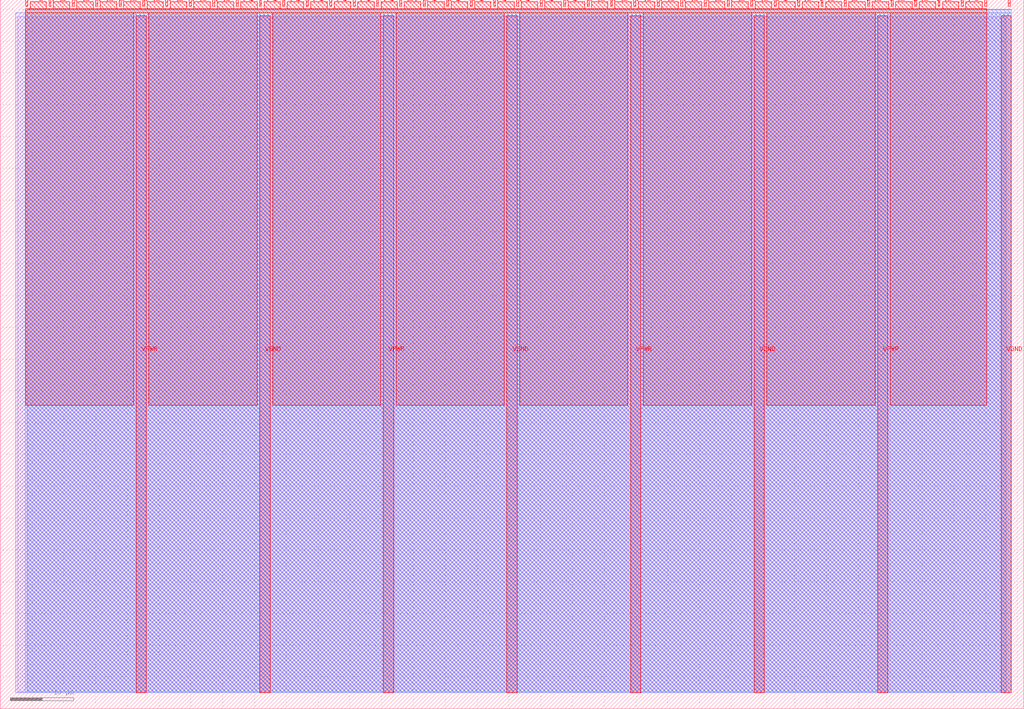
<source format=lef>
VERSION 5.7 ;
  NOWIREEXTENSIONATPIN ON ;
  DIVIDERCHAR "/" ;
  BUSBITCHARS "[]" ;
MACRO tt_um_simplez_rcoeurjoly
  CLASS BLOCK ;
  FOREIGN tt_um_simplez_rcoeurjoly ;
  ORIGIN 0.000 0.000 ;
  SIZE 161.000 BY 111.520 ;
  PIN VGND
    DIRECTION INOUT ;
    USE GROUND ;
    PORT
      LAYER met4 ;
        RECT 40.830 2.480 42.430 109.040 ;
    END
    PORT
      LAYER met4 ;
        RECT 79.700 2.480 81.300 109.040 ;
    END
    PORT
      LAYER met4 ;
        RECT 118.570 2.480 120.170 109.040 ;
    END
    PORT
      LAYER met4 ;
        RECT 157.440 2.480 159.040 109.040 ;
    END
  END VGND
  PIN VPWR
    DIRECTION INOUT ;
    USE POWER ;
    PORT
      LAYER met4 ;
        RECT 21.395 2.480 22.995 109.040 ;
    END
    PORT
      LAYER met4 ;
        RECT 60.265 2.480 61.865 109.040 ;
    END
    PORT
      LAYER met4 ;
        RECT 99.135 2.480 100.735 109.040 ;
    END
    PORT
      LAYER met4 ;
        RECT 138.005 2.480 139.605 109.040 ;
    END
  END VPWR
  PIN clk
    DIRECTION INPUT ;
    USE SIGNAL ;
    ANTENNAGATEAREA 0.852000 ;
    PORT
      LAYER met4 ;
        RECT 154.870 110.520 155.170 111.520 ;
    END
  END clk
  PIN ena
    DIRECTION INPUT ;
    USE SIGNAL ;
    PORT
      LAYER met4 ;
        RECT 158.550 110.520 158.850 111.520 ;
    END
  END ena
  PIN rst_n
    DIRECTION INPUT ;
    USE SIGNAL ;
    ANTENNAGATEAREA 0.196500 ;
    PORT
      LAYER met4 ;
        RECT 151.190 110.520 151.490 111.520 ;
    END
  END rst_n
  PIN ui_in[0]
    DIRECTION INPUT ;
    USE SIGNAL ;
    ANTENNAGATEAREA 0.196500 ;
    PORT
      LAYER met4 ;
        RECT 147.510 110.520 147.810 111.520 ;
    END
  END ui_in[0]
  PIN ui_in[1]
    DIRECTION INPUT ;
    USE SIGNAL ;
    PORT
      LAYER met4 ;
        RECT 143.830 110.520 144.130 111.520 ;
    END
  END ui_in[1]
  PIN ui_in[2]
    DIRECTION INPUT ;
    USE SIGNAL ;
    PORT
      LAYER met4 ;
        RECT 140.150 110.520 140.450 111.520 ;
    END
  END ui_in[2]
  PIN ui_in[3]
    DIRECTION INPUT ;
    USE SIGNAL ;
    PORT
      LAYER met4 ;
        RECT 136.470 110.520 136.770 111.520 ;
    END
  END ui_in[3]
  PIN ui_in[4]
    DIRECTION INPUT ;
    USE SIGNAL ;
    PORT
      LAYER met4 ;
        RECT 132.790 110.520 133.090 111.520 ;
    END
  END ui_in[4]
  PIN ui_in[5]
    DIRECTION INPUT ;
    USE SIGNAL ;
    PORT
      LAYER met4 ;
        RECT 129.110 110.520 129.410 111.520 ;
    END
  END ui_in[5]
  PIN ui_in[6]
    DIRECTION INPUT ;
    USE SIGNAL ;
    PORT
      LAYER met4 ;
        RECT 125.430 110.520 125.730 111.520 ;
    END
  END ui_in[6]
  PIN ui_in[7]
    DIRECTION INPUT ;
    USE SIGNAL ;
    PORT
      LAYER met4 ;
        RECT 121.750 110.520 122.050 111.520 ;
    END
  END ui_in[7]
  PIN uio_in[0]
    DIRECTION INPUT ;
    USE SIGNAL ;
    PORT
      LAYER met4 ;
        RECT 118.070 110.520 118.370 111.520 ;
    END
  END uio_in[0]
  PIN uio_in[1]
    DIRECTION INPUT ;
    USE SIGNAL ;
    PORT
      LAYER met4 ;
        RECT 114.390 110.520 114.690 111.520 ;
    END
  END uio_in[1]
  PIN uio_in[2]
    DIRECTION INPUT ;
    USE SIGNAL ;
    PORT
      LAYER met4 ;
        RECT 110.710 110.520 111.010 111.520 ;
    END
  END uio_in[2]
  PIN uio_in[3]
    DIRECTION INPUT ;
    USE SIGNAL ;
    PORT
      LAYER met4 ;
        RECT 107.030 110.520 107.330 111.520 ;
    END
  END uio_in[3]
  PIN uio_in[4]
    DIRECTION INPUT ;
    USE SIGNAL ;
    PORT
      LAYER met4 ;
        RECT 103.350 110.520 103.650 111.520 ;
    END
  END uio_in[4]
  PIN uio_in[5]
    DIRECTION INPUT ;
    USE SIGNAL ;
    PORT
      LAYER met4 ;
        RECT 99.670 110.520 99.970 111.520 ;
    END
  END uio_in[5]
  PIN uio_in[6]
    DIRECTION INPUT ;
    USE SIGNAL ;
    PORT
      LAYER met4 ;
        RECT 95.990 110.520 96.290 111.520 ;
    END
  END uio_in[6]
  PIN uio_in[7]
    DIRECTION INPUT ;
    USE SIGNAL ;
    PORT
      LAYER met4 ;
        RECT 92.310 110.520 92.610 111.520 ;
    END
  END uio_in[7]
  PIN uio_oe[0]
    DIRECTION OUTPUT TRISTATE ;
    USE SIGNAL ;
    PORT
      LAYER met4 ;
        RECT 29.750 110.520 30.050 111.520 ;
    END
  END uio_oe[0]
  PIN uio_oe[1]
    DIRECTION OUTPUT TRISTATE ;
    USE SIGNAL ;
    PORT
      LAYER met4 ;
        RECT 26.070 110.520 26.370 111.520 ;
    END
  END uio_oe[1]
  PIN uio_oe[2]
    DIRECTION OUTPUT TRISTATE ;
    USE SIGNAL ;
    PORT
      LAYER met4 ;
        RECT 22.390 110.520 22.690 111.520 ;
    END
  END uio_oe[2]
  PIN uio_oe[3]
    DIRECTION OUTPUT TRISTATE ;
    USE SIGNAL ;
    PORT
      LAYER met4 ;
        RECT 18.710 110.520 19.010 111.520 ;
    END
  END uio_oe[3]
  PIN uio_oe[4]
    DIRECTION OUTPUT TRISTATE ;
    USE SIGNAL ;
    PORT
      LAYER met4 ;
        RECT 15.030 110.520 15.330 111.520 ;
    END
  END uio_oe[4]
  PIN uio_oe[5]
    DIRECTION OUTPUT TRISTATE ;
    USE SIGNAL ;
    PORT
      LAYER met4 ;
        RECT 11.350 110.520 11.650 111.520 ;
    END
  END uio_oe[5]
  PIN uio_oe[6]
    DIRECTION OUTPUT TRISTATE ;
    USE SIGNAL ;
    PORT
      LAYER met4 ;
        RECT 7.670 110.520 7.970 111.520 ;
    END
  END uio_oe[6]
  PIN uio_oe[7]
    DIRECTION OUTPUT TRISTATE ;
    USE SIGNAL ;
    PORT
      LAYER met4 ;
        RECT 3.990 110.520 4.290 111.520 ;
    END
  END uio_oe[7]
  PIN uio_out[0]
    DIRECTION OUTPUT TRISTATE ;
    USE SIGNAL ;
    ANTENNADIFFAREA 0.795200 ;
    PORT
      LAYER met4 ;
        RECT 59.190 110.520 59.490 111.520 ;
    END
  END uio_out[0]
  PIN uio_out[1]
    DIRECTION OUTPUT TRISTATE ;
    USE SIGNAL ;
    ANTENNADIFFAREA 0.795200 ;
    PORT
      LAYER met4 ;
        RECT 55.510 110.520 55.810 111.520 ;
    END
  END uio_out[1]
  PIN uio_out[2]
    DIRECTION OUTPUT TRISTATE ;
    USE SIGNAL ;
    PORT
      LAYER met4 ;
        RECT 51.830 110.520 52.130 111.520 ;
    END
  END uio_out[2]
  PIN uio_out[3]
    DIRECTION OUTPUT TRISTATE ;
    USE SIGNAL ;
    PORT
      LAYER met4 ;
        RECT 48.150 110.520 48.450 111.520 ;
    END
  END uio_out[3]
  PIN uio_out[4]
    DIRECTION OUTPUT TRISTATE ;
    USE SIGNAL ;
    PORT
      LAYER met4 ;
        RECT 44.470 110.520 44.770 111.520 ;
    END
  END uio_out[4]
  PIN uio_out[5]
    DIRECTION OUTPUT TRISTATE ;
    USE SIGNAL ;
    PORT
      LAYER met4 ;
        RECT 40.790 110.520 41.090 111.520 ;
    END
  END uio_out[5]
  PIN uio_out[6]
    DIRECTION OUTPUT TRISTATE ;
    USE SIGNAL ;
    PORT
      LAYER met4 ;
        RECT 37.110 110.520 37.410 111.520 ;
    END
  END uio_out[6]
  PIN uio_out[7]
    DIRECTION OUTPUT TRISTATE ;
    USE SIGNAL ;
    PORT
      LAYER met4 ;
        RECT 33.430 110.520 33.730 111.520 ;
    END
  END uio_out[7]
  PIN uo_out[0]
    DIRECTION OUTPUT TRISTATE ;
    USE SIGNAL ;
    ANTENNAGATEAREA 0.247500 ;
    ANTENNADIFFAREA 0.891000 ;
    PORT
      LAYER met4 ;
        RECT 88.630 110.520 88.930 111.520 ;
    END
  END uo_out[0]
  PIN uo_out[1]
    DIRECTION OUTPUT TRISTATE ;
    USE SIGNAL ;
    ANTENNAGATEAREA 0.247500 ;
    ANTENNADIFFAREA 0.445500 ;
    PORT
      LAYER met4 ;
        RECT 84.950 110.520 85.250 111.520 ;
    END
  END uo_out[1]
  PIN uo_out[2]
    DIRECTION OUTPUT TRISTATE ;
    USE SIGNAL ;
    ANTENNAGATEAREA 0.247500 ;
    ANTENNADIFFAREA 0.445500 ;
    PORT
      LAYER met4 ;
        RECT 81.270 110.520 81.570 111.520 ;
    END
  END uo_out[2]
  PIN uo_out[3]
    DIRECTION OUTPUT TRISTATE ;
    USE SIGNAL ;
    ANTENNAGATEAREA 0.247500 ;
    ANTENNADIFFAREA 0.445500 ;
    PORT
      LAYER met4 ;
        RECT 77.590 110.520 77.890 111.520 ;
    END
  END uo_out[3]
  PIN uo_out[4]
    DIRECTION OUTPUT TRISTATE ;
    USE SIGNAL ;
    ANTENNAGATEAREA 0.247500 ;
    ANTENNADIFFAREA 0.891000 ;
    PORT
      LAYER met4 ;
        RECT 73.910 110.520 74.210 111.520 ;
    END
  END uo_out[4]
  PIN uo_out[5]
    DIRECTION OUTPUT TRISTATE ;
    USE SIGNAL ;
    ANTENNAGATEAREA 0.247500 ;
    ANTENNADIFFAREA 0.445500 ;
    PORT
      LAYER met4 ;
        RECT 70.230 110.520 70.530 111.520 ;
    END
  END uo_out[5]
  PIN uo_out[6]
    DIRECTION OUTPUT TRISTATE ;
    USE SIGNAL ;
    ANTENNAGATEAREA 0.247500 ;
    ANTENNADIFFAREA 0.445500 ;
    PORT
      LAYER met4 ;
        RECT 66.550 110.520 66.850 111.520 ;
    END
  END uo_out[6]
  PIN uo_out[7]
    DIRECTION OUTPUT TRISTATE ;
    USE SIGNAL ;
    ANTENNAGATEAREA 0.247500 ;
    ANTENNADIFFAREA 0.445500 ;
    PORT
      LAYER met4 ;
        RECT 62.870 110.520 63.170 111.520 ;
    END
  END uo_out[7]
  OBS
      LAYER li1 ;
        RECT 2.760 2.635 158.240 108.885 ;
      LAYER met1 ;
        RECT 2.460 2.480 159.040 109.440 ;
      LAYER met2 ;
        RECT 4.230 2.535 159.010 110.005 ;
      LAYER met3 ;
        RECT 3.950 2.555 159.030 109.985 ;
      LAYER met4 ;
        RECT 4.690 110.120 7.270 111.170 ;
        RECT 8.370 110.120 10.950 111.170 ;
        RECT 12.050 110.120 14.630 111.170 ;
        RECT 15.730 110.120 18.310 111.170 ;
        RECT 19.410 110.120 21.990 111.170 ;
        RECT 23.090 110.120 25.670 111.170 ;
        RECT 26.770 110.120 29.350 111.170 ;
        RECT 30.450 110.120 33.030 111.170 ;
        RECT 34.130 110.120 36.710 111.170 ;
        RECT 37.810 110.120 40.390 111.170 ;
        RECT 41.490 110.120 44.070 111.170 ;
        RECT 45.170 110.120 47.750 111.170 ;
        RECT 48.850 110.120 51.430 111.170 ;
        RECT 52.530 110.120 55.110 111.170 ;
        RECT 56.210 110.120 58.790 111.170 ;
        RECT 59.890 110.120 62.470 111.170 ;
        RECT 63.570 110.120 66.150 111.170 ;
        RECT 67.250 110.120 69.830 111.170 ;
        RECT 70.930 110.120 73.510 111.170 ;
        RECT 74.610 110.120 77.190 111.170 ;
        RECT 78.290 110.120 80.870 111.170 ;
        RECT 81.970 110.120 84.550 111.170 ;
        RECT 85.650 110.120 88.230 111.170 ;
        RECT 89.330 110.120 91.910 111.170 ;
        RECT 93.010 110.120 95.590 111.170 ;
        RECT 96.690 110.120 99.270 111.170 ;
        RECT 100.370 110.120 102.950 111.170 ;
        RECT 104.050 110.120 106.630 111.170 ;
        RECT 107.730 110.120 110.310 111.170 ;
        RECT 111.410 110.120 113.990 111.170 ;
        RECT 115.090 110.120 117.670 111.170 ;
        RECT 118.770 110.120 121.350 111.170 ;
        RECT 122.450 110.120 125.030 111.170 ;
        RECT 126.130 110.120 128.710 111.170 ;
        RECT 129.810 110.120 132.390 111.170 ;
        RECT 133.490 110.120 136.070 111.170 ;
        RECT 137.170 110.120 139.750 111.170 ;
        RECT 140.850 110.120 143.430 111.170 ;
        RECT 144.530 110.120 147.110 111.170 ;
        RECT 148.210 110.120 150.790 111.170 ;
        RECT 151.890 110.120 154.470 111.170 ;
        RECT 3.975 109.440 155.185 110.120 ;
        RECT 3.975 47.775 20.995 109.440 ;
        RECT 23.395 47.775 40.430 109.440 ;
        RECT 42.830 47.775 59.865 109.440 ;
        RECT 62.265 47.775 79.300 109.440 ;
        RECT 81.700 47.775 98.735 109.440 ;
        RECT 101.135 47.775 118.170 109.440 ;
        RECT 120.570 47.775 137.605 109.440 ;
        RECT 140.005 47.775 155.185 109.440 ;
  END
END tt_um_simplez_rcoeurjoly
END LIBRARY


</source>
